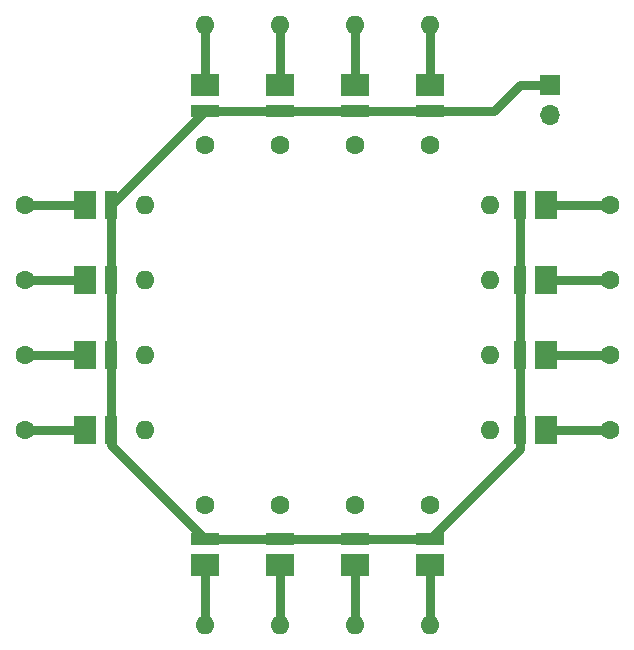
<source format=gbr>
%TF.GenerationSoftware,KiCad,Pcbnew,(5.1.6)-1*%
%TF.CreationDate,2020-10-15T00:56:24-04:00*%
%TF.ProjectId,KiCAD PCB,4b694341-4420-4504-9342-2e6b69636164,rev?*%
%TF.SameCoordinates,Original*%
%TF.FileFunction,Copper,L1,Top*%
%TF.FilePolarity,Positive*%
%FSLAX46Y46*%
G04 Gerber Fmt 4.6, Leading zero omitted, Abs format (unit mm)*
G04 Created by KiCad (PCBNEW (5.1.6)-1) date 2020-10-15 00:56:24*
%MOMM*%
%LPD*%
G01*
G04 APERTURE LIST*
%TA.AperFunction,ComponentPad*%
%ADD10O,1.600000X1.600000*%
%TD*%
%TA.AperFunction,ComponentPad*%
%ADD11C,1.600000*%
%TD*%
%TA.AperFunction,SMDPad,CuDef*%
%ADD12R,1.030000X2.400000*%
%TD*%
%TA.AperFunction,SMDPad,CuDef*%
%ADD13R,1.980000X2.400000*%
%TD*%
%TA.AperFunction,SMDPad,CuDef*%
%ADD14R,2.400000X1.030000*%
%TD*%
%TA.AperFunction,SMDPad,CuDef*%
%ADD15R,2.400000X1.980000*%
%TD*%
%TA.AperFunction,ComponentPad*%
%ADD16O,1.700000X1.700000*%
%TD*%
%TA.AperFunction,ComponentPad*%
%ADD17R,1.700000X1.700000*%
%TD*%
%TA.AperFunction,Conductor*%
%ADD18C,0.250000*%
%TD*%
%TA.AperFunction,Conductor*%
%ADD19C,0.750000*%
%TD*%
G04 APERTURE END LIST*
D10*
%TO.P,R16,2*%
%TO.N,Net-(BT1-Pad2)*%
X132715000Y-96520000D03*
D11*
%TO.P,R16,1*%
%TO.N,Net-(D16-Pad1)*%
X142875000Y-96520000D03*
%TD*%
D10*
%TO.P,R15,2*%
%TO.N,Net-(BT1-Pad2)*%
X132715000Y-90170000D03*
D11*
%TO.P,R15,1*%
%TO.N,Net-(D15-Pad1)*%
X142875000Y-90170000D03*
%TD*%
D10*
%TO.P,R14,2*%
%TO.N,Net-(BT1-Pad2)*%
X132715000Y-83820000D03*
D11*
%TO.P,R14,1*%
%TO.N,Net-(D14-Pad1)*%
X142875000Y-83820000D03*
%TD*%
D10*
%TO.P,R13,2*%
%TO.N,Net-(BT1-Pad2)*%
X132715000Y-77470000D03*
D11*
%TO.P,R13,1*%
%TO.N,Net-(D13-Pad1)*%
X142875000Y-77470000D03*
%TD*%
D10*
%TO.P,R12,2*%
%TO.N,Net-(D12-Pad1)*%
X127635000Y-113030000D03*
D11*
%TO.P,R12,1*%
%TO.N,Net-(BT1-Pad2)*%
X127635000Y-102870000D03*
%TD*%
D10*
%TO.P,R11,2*%
%TO.N,Net-(D11-Pad1)*%
X127635000Y-62230000D03*
D11*
%TO.P,R11,1*%
%TO.N,Net-(BT1-Pad2)*%
X127635000Y-72390000D03*
%TD*%
D10*
%TO.P,R10,2*%
%TO.N,Net-(D10-Pad1)*%
X121285000Y-113030000D03*
D11*
%TO.P,R10,1*%
%TO.N,Net-(BT1-Pad2)*%
X121285000Y-102870000D03*
%TD*%
D10*
%TO.P,R9,2*%
%TO.N,Net-(D9-Pad1)*%
X121285000Y-62230000D03*
D11*
%TO.P,R9,1*%
%TO.N,Net-(BT1-Pad2)*%
X121285000Y-72390000D03*
%TD*%
D10*
%TO.P,R8,2*%
%TO.N,Net-(D8-Pad1)*%
X114935000Y-113030000D03*
D11*
%TO.P,R8,1*%
%TO.N,Net-(BT1-Pad2)*%
X114935000Y-102870000D03*
%TD*%
D10*
%TO.P,R7,2*%
%TO.N,Net-(D7-Pad1)*%
X114935000Y-62230000D03*
D11*
%TO.P,R7,1*%
%TO.N,Net-(BT1-Pad2)*%
X114935000Y-72390000D03*
%TD*%
D10*
%TO.P,R6,2*%
%TO.N,Net-(D6-Pad1)*%
X108585000Y-113030000D03*
D11*
%TO.P,R6,1*%
%TO.N,Net-(BT1-Pad2)*%
X108585000Y-102870000D03*
%TD*%
D10*
%TO.P,R5,2*%
%TO.N,Net-(D5-Pad1)*%
X108585000Y-62230000D03*
D11*
%TO.P,R5,1*%
%TO.N,Net-(BT1-Pad2)*%
X108585000Y-72390000D03*
%TD*%
D10*
%TO.P,R4,2*%
%TO.N,Net-(BT1-Pad2)*%
X103505000Y-96520000D03*
D11*
%TO.P,R4,1*%
%TO.N,Net-(D4-Pad1)*%
X93345000Y-96520000D03*
%TD*%
D10*
%TO.P,R3,2*%
%TO.N,Net-(BT1-Pad2)*%
X103505000Y-90170000D03*
D11*
%TO.P,R3,1*%
%TO.N,Net-(D3-Pad1)*%
X93345000Y-90170000D03*
%TD*%
D10*
%TO.P,R2,2*%
%TO.N,Net-(BT1-Pad2)*%
X103505000Y-83820000D03*
D11*
%TO.P,R2,1*%
%TO.N,Net-(D2-Pad1)*%
X93345000Y-83820000D03*
%TD*%
D10*
%TO.P,R1,2*%
%TO.N,Net-(BT1-Pad2)*%
X103505000Y-77470000D03*
D11*
%TO.P,R1,1*%
%TO.N,Net-(D1-Pad1)*%
X93345000Y-77470000D03*
%TD*%
D12*
%TO.P,D16,2*%
%TO.N,Net-(BT1-Pad1)*%
X135255000Y-96520000D03*
D13*
%TO.P,D16,1*%
%TO.N,Net-(D16-Pad1)*%
X137460000Y-96520000D03*
%TD*%
D12*
%TO.P,D15,2*%
%TO.N,Net-(BT1-Pad1)*%
X135255000Y-90170000D03*
D13*
%TO.P,D15,1*%
%TO.N,Net-(D15-Pad1)*%
X137460000Y-90170000D03*
%TD*%
D12*
%TO.P,D14,2*%
%TO.N,Net-(BT1-Pad1)*%
X135255000Y-83820000D03*
D13*
%TO.P,D14,1*%
%TO.N,Net-(D14-Pad1)*%
X137460000Y-83820000D03*
%TD*%
D12*
%TO.P,D13,2*%
%TO.N,Net-(BT1-Pad1)*%
X135255000Y-77470000D03*
D13*
%TO.P,D13,1*%
%TO.N,Net-(D13-Pad1)*%
X137460000Y-77470000D03*
%TD*%
D14*
%TO.P,D12,2*%
%TO.N,Net-(BT1-Pad1)*%
X127635000Y-105745000D03*
D15*
%TO.P,D12,1*%
%TO.N,Net-(D12-Pad1)*%
X127635000Y-107950000D03*
%TD*%
D14*
%TO.P,D11,2*%
%TO.N,Net-(BT1-Pad1)*%
X127635000Y-69515000D03*
D15*
%TO.P,D11,1*%
%TO.N,Net-(D11-Pad1)*%
X127635000Y-67310000D03*
%TD*%
D14*
%TO.P,D10,2*%
%TO.N,Net-(BT1-Pad1)*%
X121285000Y-105745000D03*
D15*
%TO.P,D10,1*%
%TO.N,Net-(D10-Pad1)*%
X121285000Y-107950000D03*
%TD*%
D14*
%TO.P,D9,2*%
%TO.N,Net-(BT1-Pad1)*%
X121285000Y-69515000D03*
D15*
%TO.P,D9,1*%
%TO.N,Net-(D9-Pad1)*%
X121285000Y-67310000D03*
%TD*%
D14*
%TO.P,D8,2*%
%TO.N,Net-(BT1-Pad1)*%
X114935000Y-105745000D03*
D15*
%TO.P,D8,1*%
%TO.N,Net-(D8-Pad1)*%
X114935000Y-107950000D03*
%TD*%
D14*
%TO.P,D7,2*%
%TO.N,Net-(BT1-Pad1)*%
X114935000Y-69515000D03*
D15*
%TO.P,D7,1*%
%TO.N,Net-(D7-Pad1)*%
X114935000Y-67310000D03*
%TD*%
D14*
%TO.P,D6,2*%
%TO.N,Net-(BT1-Pad1)*%
X108585000Y-105745000D03*
D15*
%TO.P,D6,1*%
%TO.N,Net-(D6-Pad1)*%
X108585000Y-107950000D03*
%TD*%
D14*
%TO.P,D5,2*%
%TO.N,Net-(BT1-Pad1)*%
X108585000Y-69515000D03*
D15*
%TO.P,D5,1*%
%TO.N,Net-(D5-Pad1)*%
X108585000Y-67310000D03*
%TD*%
D12*
%TO.P,D4,2*%
%TO.N,Net-(BT1-Pad1)*%
X100630000Y-96520000D03*
D13*
%TO.P,D4,1*%
%TO.N,Net-(D4-Pad1)*%
X98425000Y-96520000D03*
%TD*%
D12*
%TO.P,D3,2*%
%TO.N,Net-(BT1-Pad1)*%
X100630000Y-90170000D03*
D13*
%TO.P,D3,1*%
%TO.N,Net-(D3-Pad1)*%
X98425000Y-90170000D03*
%TD*%
D12*
%TO.P,D2,2*%
%TO.N,Net-(BT1-Pad1)*%
X100630000Y-83820000D03*
D13*
%TO.P,D2,1*%
%TO.N,Net-(D2-Pad1)*%
X98425000Y-83820000D03*
%TD*%
D12*
%TO.P,D1,2*%
%TO.N,Net-(BT1-Pad1)*%
X100630000Y-77470000D03*
D13*
%TO.P,D1,1*%
%TO.N,Net-(D1-Pad1)*%
X98425000Y-77470000D03*
%TD*%
D16*
%TO.P,BT1,2*%
%TO.N,Net-(BT1-Pad2)*%
X137795000Y-69850000D03*
D17*
%TO.P,BT1,1*%
%TO.N,Net-(BT1-Pad1)*%
X137795000Y-67310000D03*
%TD*%
D18*
%TO.N,Net-(BT1-Pad1)*%
X135255000Y-96520000D02*
X135255000Y-96855000D01*
D19*
X127635000Y-69515000D02*
X108585000Y-69515000D01*
X108585000Y-69515000D02*
X100630000Y-77470000D01*
X100630000Y-77470000D02*
X100630000Y-96520000D01*
X100630000Y-97790000D02*
X108585000Y-105745000D01*
X100630000Y-96520000D02*
X100630000Y-97790000D01*
X108585000Y-105745000D02*
X127635000Y-105745000D01*
X135255000Y-98125000D02*
X135255000Y-96520000D01*
X127635000Y-105745000D02*
X135255000Y-98125000D01*
X135255000Y-96520000D02*
X135255000Y-77470000D01*
X137795000Y-67310000D02*
X135255000Y-67310000D01*
X133050000Y-69515000D02*
X127635000Y-69515000D01*
X135255000Y-67310000D02*
X133050000Y-69515000D01*
X135255000Y-76899998D02*
X135255000Y-77470000D01*
%TO.N,Net-(D1-Pad1)*%
X93345000Y-77470000D02*
X98425000Y-77470000D01*
%TO.N,Net-(D2-Pad1)*%
X93345000Y-83820000D02*
X98425000Y-83820000D01*
%TO.N,Net-(D3-Pad1)*%
X93345000Y-90170000D02*
X98425000Y-90170000D01*
%TO.N,Net-(D4-Pad1)*%
X93345000Y-96520000D02*
X98425000Y-96520000D01*
%TO.N,Net-(D5-Pad1)*%
X108585000Y-62230000D02*
X108585000Y-67310000D01*
%TO.N,Net-(D6-Pad1)*%
X108585000Y-113030000D02*
X108585000Y-107950000D01*
%TO.N,Net-(D7-Pad1)*%
X114935000Y-62230000D02*
X114935000Y-67310000D01*
%TO.N,Net-(D8-Pad1)*%
X114935000Y-113030000D02*
X114935000Y-107950000D01*
%TO.N,Net-(D9-Pad1)*%
X121285000Y-62230000D02*
X121285000Y-67310000D01*
%TO.N,Net-(D10-Pad1)*%
X121285000Y-113030000D02*
X121285000Y-107950000D01*
%TO.N,Net-(D11-Pad1)*%
X127635000Y-62230000D02*
X127635000Y-67310000D01*
%TO.N,Net-(D12-Pad1)*%
X127635000Y-113030000D02*
X127635000Y-107950000D01*
%TO.N,Net-(D13-Pad1)*%
X142875000Y-77470000D02*
X137460000Y-77470000D01*
%TO.N,Net-(D14-Pad1)*%
X142875000Y-83820000D02*
X137460000Y-83820000D01*
%TO.N,Net-(D15-Pad1)*%
X142875000Y-90170000D02*
X137460000Y-90170000D01*
%TO.N,Net-(D16-Pad1)*%
X142875000Y-96520000D02*
X137460000Y-96520000D01*
%TD*%
M02*

</source>
